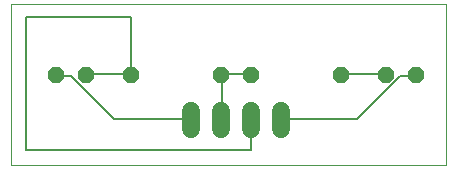
<source format=gtl>
G75*
%MOIN*%
%OFA0B0*%
%FSLAX25Y25*%
%IPPOS*%
%LPD*%
%AMOC8*
5,1,8,0,0,1.08239X$1,22.5*
%
%ADD10C,0.00000*%
%ADD11C,0.06000*%
%ADD12OC8,0.05200*%
%ADD13C,0.00600*%
D10*
X0001000Y0001000D02*
X0001000Y0054701D01*
X0145921Y0054701D01*
X0145921Y0001000D01*
X0001000Y0001000D01*
D11*
X0061000Y0013000D02*
X0061000Y0019000D01*
X0071000Y0019000D02*
X0071000Y0013000D01*
X0081000Y0013000D02*
X0081000Y0019000D01*
X0091000Y0019000D02*
X0091000Y0013000D01*
D12*
X0081000Y0031000D03*
X0071000Y0031000D03*
X0041000Y0031000D03*
X0026000Y0031000D03*
X0016000Y0031000D03*
X0111000Y0031000D03*
X0126000Y0031000D03*
X0136000Y0031000D03*
D13*
X0135600Y0030600D01*
X0130800Y0030600D01*
X0116400Y0016200D01*
X0091200Y0016200D01*
X0091000Y0016000D01*
X0081000Y0016000D02*
X0081000Y0006000D01*
X0006000Y0006000D01*
X0006000Y0050401D01*
X0041000Y0050401D01*
X0041000Y0031000D01*
X0040800Y0031200D01*
X0026400Y0031200D01*
X0026000Y0031000D01*
X0021000Y0030600D02*
X0035400Y0016200D01*
X0060600Y0016200D01*
X0061000Y0016000D01*
X0071000Y0016000D02*
X0071400Y0016200D01*
X0071400Y0030600D01*
X0071000Y0031000D01*
X0071400Y0031200D01*
X0081000Y0031200D01*
X0081000Y0031000D01*
X0111000Y0031200D02*
X0111000Y0031000D01*
X0111000Y0031200D02*
X0126000Y0031200D01*
X0126000Y0031000D01*
X0021000Y0030600D02*
X0016200Y0030600D01*
X0016000Y0031000D01*
M02*

</source>
